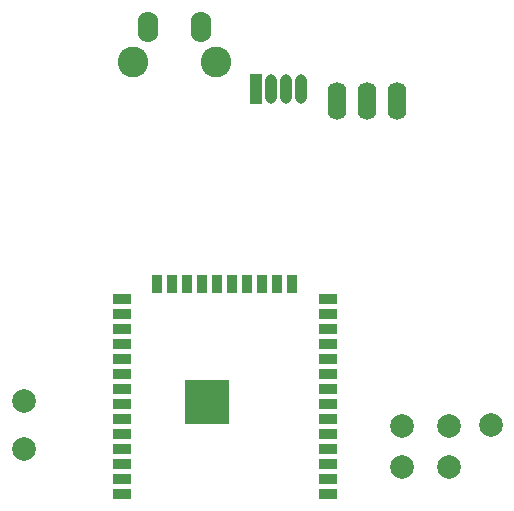
<source format=gbs>
G04 #@! TF.GenerationSoftware,KiCad,Pcbnew,8.0.7-unknown-1000.20241208gitf899755.fc40*
G04 #@! TF.CreationDate,2024-12-09T22:02:24-08:00*
G04 #@! TF.ProjectId,2024-clock-retrofit,32303234-2d63-46c6-9f63-6b2d72657472,rev?*
G04 #@! TF.SameCoordinates,Original*
G04 #@! TF.FileFunction,Soldermask,Bot*
G04 #@! TF.FilePolarity,Negative*
%FSLAX46Y46*%
G04 Gerber Fmt 4.6, Leading zero omitted, Abs format (unit mm)*
G04 Created by KiCad (PCBNEW 8.0.7-unknown-1000.20241208gitf899755.fc40) date 2024-12-09 22:02:24*
%MOMM*%
%LPD*%
G01*
G04 APERTURE LIST*
%ADD10O,1.600000X3.200000*%
%ADD11R,1.000000X2.500000*%
%ADD12O,1.000000X2.500000*%
%ADD13R,1.500000X0.900000*%
%ADD14R,0.900000X1.500000*%
%ADD15C,0.800000*%
%ADD16R,3.800000X3.800000*%
%ADD17C,2.000000*%
%ADD18C,2.600000*%
%ADD19O,1.750000X2.625000*%
G04 APERTURE END LIST*
D10*
G04 #@! TO.C,U3*
X144460000Y-81500000D03*
X147000000Y-81500000D03*
X149540000Y-81500000D03*
G04 #@! TD*
D11*
G04 #@! TO.C,D62*
X137600000Y-80500000D03*
D12*
X138870000Y-80500000D03*
X140140000Y-80500000D03*
X141410000Y-80500000D03*
G04 #@! TD*
D13*
G04 #@! TO.C,U1*
X126250000Y-114750000D03*
X126250000Y-113480000D03*
X126250000Y-112210000D03*
X126250000Y-110940000D03*
X126250000Y-109670000D03*
X126250000Y-108400000D03*
X126250000Y-107130000D03*
X126250000Y-105860000D03*
X126250000Y-104590000D03*
X126250000Y-103320000D03*
X126250000Y-102050000D03*
X126250000Y-100780000D03*
X126250000Y-99510000D03*
X126250000Y-98240000D03*
D14*
X129290000Y-96990000D03*
X130560000Y-96990000D03*
X131830000Y-96990000D03*
X133100000Y-96990000D03*
X134370000Y-96990000D03*
X135640000Y-96990000D03*
X136910000Y-96990000D03*
X138180000Y-96990000D03*
X139450000Y-96990000D03*
X140720000Y-96990000D03*
D13*
X143750000Y-98240000D03*
X143750000Y-99510000D03*
X143750000Y-100780000D03*
X143750000Y-102050000D03*
X143750000Y-103320000D03*
X143750000Y-104590000D03*
X143750000Y-105860000D03*
X143750000Y-107130000D03*
X143750000Y-108400000D03*
X143750000Y-109670000D03*
X143750000Y-110940000D03*
X143750000Y-112210000D03*
X143750000Y-113480000D03*
X143750000Y-114750000D03*
D15*
X132100000Y-106330000D03*
X132100000Y-107730000D03*
X132800000Y-105630000D03*
X132800000Y-107030000D03*
X132800000Y-108430000D03*
X133475000Y-106330000D03*
X133475000Y-107730000D03*
D16*
X133500000Y-107030000D03*
D15*
X134200000Y-105630000D03*
X134200000Y-107030000D03*
X134200000Y-108430000D03*
X134900000Y-106330000D03*
X134900000Y-107730000D03*
G04 #@! TD*
D17*
G04 #@! TO.C,TP3*
X154000000Y-109000000D03*
G04 #@! TD*
G04 #@! TO.C,TP5*
X150000000Y-112500000D03*
G04 #@! TD*
G04 #@! TO.C,TP7*
X118000000Y-111000000D03*
G04 #@! TD*
G04 #@! TO.C,TP2*
X154000000Y-112500000D03*
G04 #@! TD*
D18*
G04 #@! TO.C,SW1*
X134262500Y-78202500D03*
X127252500Y-78202500D03*
D19*
X133012500Y-75275000D03*
X128512500Y-75275000D03*
G04 #@! TD*
D17*
G04 #@! TO.C,TP6*
X118000000Y-106950000D03*
G04 #@! TD*
G04 #@! TO.C,TP4*
X157500000Y-108950000D03*
G04 #@! TD*
G04 #@! TO.C,TP1*
X150000000Y-109000000D03*
G04 #@! TD*
M02*

</source>
